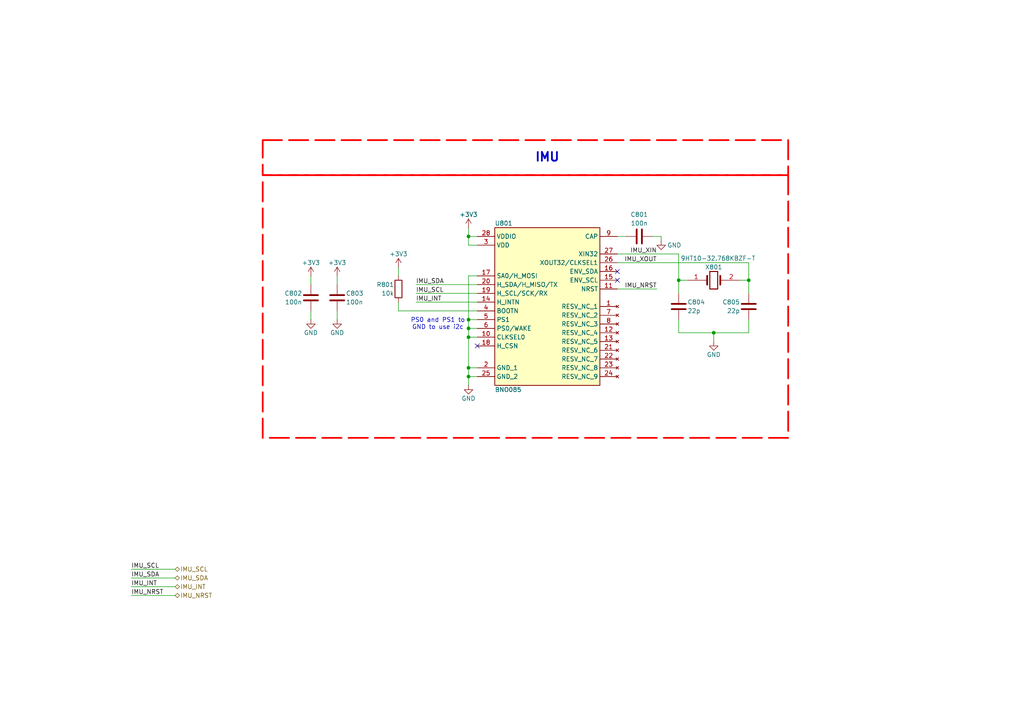
<source format=kicad_sch>
(kicad_sch (version 20231120) (generator "eeschema") (generator_version "8.0")
  (paper "A4")
  (title_block (title "BNO085") (date "2024-04-09") (company "MQuero"))
  (lib_symbols
    (symbol "Device:C" (pin_numbers hide) (pin_names (offset 0.254))
      (property "Reference" "C" (at 0.635 2.54 0))
      (property "Value" "C" (at 0.635 -2.54 0))
      (symbol "C_0_1"
        (polyline (pts (xy -2.032 -0.762) (xy 2.032 -0.762)) (stroke (width 0.508)))
        (polyline (pts (xy -2.032 0.762) (xy 2.032 0.762)) (stroke (width 0.508)))
      )
      (symbol "C_1_1"
        (pin passive line (at 0 3.81 270) (length 2.794) (name "~") (number "1"))
        (pin passive line (at 0 -3.81 90) (length 2.794) (name "~") (number "2"))
      )
    )
    (symbol "Device:R" (pin_numbers hide) (pin_names (offset 0))
      (property "Reference" "R" (at 2.032 0 90))
      (property "Value" "R" (at 0 0 90))
      (symbol "R_0_1"
        (rectangle (start -1.016 -2.54) (end 1.016 2.54) (stroke (width 0.254)))
      )
      (symbol "R_1_1"
        (pin passive line (at 0 3.81 270) (length 1.27) (name "~") (number "1"))
        (pin passive line (at 0 -3.81 90) (length 1.27) (name "~") (number "2"))
      )
    )
    (symbol "TFG:9HT10-32.768KBZF-T" (pin_names hide)
      (property "Reference" "X" (at 0 1.27 0))
      (property "Value" "9HT10-32.768KBZF-T" (at 0 -6.35 0))
      (symbol "9HT10-32.768KBZF-T_0_1"
        (polyline (pts (xy 0 -2.54) (xy 0.635 -2.54)))
        (polyline (pts (xy 0.635 -3.81) (xy 0.635 -1.27)) (stroke (width 0.508)))
        (polyline (pts (xy 4.445 -3.81) (xy 4.445 -1.27)) (stroke (width 0.508)))
        (polyline (pts (xy 5.08 -2.54) (xy 4.445 -2.54)))
        (rectangle (start 1.397 0) (end 3.683 -5.08) (stroke (width 0.3048)))
      )
      (symbol "9HT10-32.768KBZF-T_1_1"
        (pin unspecified line (at -5.08 -2.54 0) (length 5.08) (name "1") (number "1"))
        (pin unspecified line (at 10.16 -2.54 180) (length 5.08) (name "2") (number "2"))
      )
    )
    (symbol "TFG:BNO085"
      (property "Reference" "U" (at 0 1.27 0))
      (property "Value" "BNO085" (at 0 -46.99 0))
      (symbol "BNO085_1_1"
        (rectangle (start 0 0) (end 30.48 -45.72) (stroke (width 0.254)) (fill (type background)))
        (pin no_connect line (at 35.56 -22.86 180) (length 5.08) (name "RESV_NC_1") (number "1"))
        (pin unspecified line (at -5.08 -31.75 0) (length 5.08) (name "CLKSEL0") (number "10"))
        (pin unspecified line (at 35.56 -17.78 180) (length 5.08) (name "NRST") (number "11"))
        (pin no_connect line (at 35.56 -30.48 180) (length 5.08) (name "RESV_NC_4") (number "12"))
        (pin no_connect line (at 35.56 -33.02 180) (length 5.08) (name "RESV_NC_5") (number "13"))
        (pin unspecified line (at -5.08 -21.59 0) (length 5.08) (name "H_INTN") (number "14"))
        (pin unspecified line (at 35.56 -15.24 180) (length 5.08) (name "ENV_SCL") (number "15"))
        (pin unspecified line (at 35.56 -12.7 180) (length 5.08) (name "ENV_SDA") (number "16"))
        (pin unspecified line (at -5.08 -13.97 0) (length 5.08) (name "SA0/H_MOSI") (number "17"))
        (pin unspecified line (at -5.08 -34.29 0) (length 5.08) (name "H_CSN") (number "18"))
        (pin unspecified line (at -5.08 -19.05 0) (length 5.08) (name "H_SCL/SCK/RX") (number "19"))
        (pin unspecified line (at -5.08 -40.64 0) (length 5.08) (name "GND_1") (number "2"))
        (pin unspecified line (at -5.08 -16.51 0) (length 5.08) (name "H_SDA/H_MISO/TX") (number "20"))
        (pin no_connect line (at 35.56 -35.56 180) (length 5.08) (name "RESV_NC_6") (number "21"))
        (pin no_connect line (at 35.56 -38.1 180) (length 5.08) (name "RESV_NC_7") (number "22"))
        (pin no_connect line (at 35.56 -40.64 180) (length 5.08) (name "RESV_NC_8") (number "23"))
        (pin no_connect line (at 35.56 -43.18 180) (length 5.08) (name "RESV_NC_9") (number "24"))
        (pin unspecified line (at -5.08 -43.18 0) (length 5.08) (name "GND_2") (number "25"))
        (pin unspecified line (at 35.56 -10.16 180) (length 5.08) (name "XOUT32/CLKSEL1") (number "26"))
        (pin unspecified line (at 35.56 -7.62 180) (length 5.08) (name "XIN32") (number "27"))
        (pin unspecified line (at -5.08 -2.54 0) (length 5.08) (name "VDDIO") (number "28"))
        (pin unspecified line (at -5.08 -5.08 0) (length 5.08) (name "VDD") (number "3"))
        (pin unspecified line (at -5.08 -24.13 0) (length 5.08) (name "BOOTN") (number "4"))
        (pin unspecified line (at -5.08 -26.67 0) (length 5.08) (name "PS1") (number "5"))
        (pin unspecified line (at -5.08 -29.21 0) (length 5.08) (name "PS0/WAKE") (number "6"))
        (pin no_connect line (at 35.56 -25.4 180) (length 5.08) (name "RESV_NC_2") (number "7"))
        (pin no_connect line (at 35.56 -27.94 180) (length 5.08) (name "RESV_NC_3") (number "8"))
        (pin unspecified line (at 35.56 -2.54 180) (length 5.08) (name "CAP") (number "9"))
      )
    )
    (symbol "power:+3V3" (power) (pin_numbers hide) (pin_names (offset 0) hide)
      (property "Value" "+3V3" (at 0 3.556 0))
      (symbol "+3V3_0_1"
        (polyline (pts (xy -0.762 1.27) (xy 0 2.54)))
        (polyline (pts (xy 0 0) (xy 0 2.54)))
        (polyline (pts (xy 0 2.54) (xy 0.762 1.27)))
      )
      (symbol "+3V3_1_1"
        (pin power_in line (at 0 0 90) (length 0) (name "~") (number "1"))
      )
    )
    (symbol "power:GND" (power) (pin_numbers hide) (pin_names (offset 0) hide)
      (property "Value" "GND" (at 0 -3.81 0))
      (symbol "GND_0_1"
        (polyline (pts (xy 0 0) (xy 0 -1.27) (xy 1.27 -1.27) (xy 0 -2.54) (xy -1.27 -1.27) (xy 0 -1.27)))
      )
      (symbol "GND_1_1"
        (pin power_in line (at 0 0 270) (length 0) (name "~") (number "1"))
      )
    )
  )
  (junction (at 196.85 81.28))
  (junction (at 207.01 96.52))
  (junction (at 217.17 81.28))
  (junction (at 135.89 97.79))
  (junction (at 135.89 95.25))
  (junction (at 135.89 68.58))
  (junction (at 135.89 92.71))
  (junction (at 135.89 106.68))
  (junction (at 135.89 109.22))
  (no_connect (at 179.07 81.28))
  (no_connect (at 138.43 100.33))
  (no_connect (at 179.07 78.74))
  (wire (pts (xy 138.43 95.25) (xy 135.89 95.25)))
  (wire (pts (xy 97.79 90.17) (xy 97.79 92.71)))
  (wire (pts (xy 135.89 92.71) (xy 135.89 95.25)))
  (wire (pts (xy 135.89 106.68) (xy 138.43 106.68)))
  (wire (pts (xy 135.89 97.79) (xy 135.89 106.68)))
  (wire (pts (xy 135.89 80.01) (xy 135.89 92.71)))
  (wire (pts (xy 217.17 81.28) (xy 214.63 81.28)))
  (wire (pts (xy 38.1 165.1) (xy 50.8 165.1)))
  (wire (pts (xy 38.1 170.18) (xy 50.8 170.18)))
  (wire (pts (xy 90.17 80.01) (xy 90.17 82.55)))
  (wire (pts (xy 138.43 80.01) (xy 135.89 80.01)))
  (wire (pts (xy 217.17 81.28) (xy 217.17 85.09)))
  (wire (pts (xy 196.85 73.66) (xy 179.07 73.66)))
  (wire (pts (xy 135.89 68.58) (xy 135.89 71.12)))
  (wire (pts (xy 138.43 92.71) (xy 135.89 92.71)))
  (wire (pts (xy 120.65 87.63) (xy 138.43 87.63)))
  (wire (pts (xy 179.07 76.2) (xy 217.17 76.2)))
  (wire (pts (xy 135.89 95.25) (xy 135.89 97.79)))
  (wire (pts (xy 135.89 71.12) (xy 138.43 71.12)))
  (wire (pts (xy 135.89 106.68) (xy 135.89 109.22)))
  (wire (pts (xy 191.77 68.58) (xy 191.77 69.85)))
  (wire (pts (xy 190.5 83.82) (xy 179.07 83.82)))
  (wire (pts (xy 196.85 73.66) (xy 196.85 81.28)))
  (wire (pts (xy 135.89 68.58) (xy 138.43 68.58)))
  (wire (pts (xy 196.85 96.52) (xy 207.01 96.52)))
  (wire (pts (xy 38.1 172.72) (xy 50.8 172.72)))
  (wire (pts (xy 207.01 96.52) (xy 217.17 96.52)))
  (wire (pts (xy 135.89 109.22) (xy 135.89 111.76)))
  (wire (pts (xy 135.89 66.04) (xy 135.89 68.58)))
  (wire (pts (xy 135.89 109.22) (xy 138.43 109.22)))
  (wire (pts (xy 181.61 68.58) (xy 179.07 68.58)))
  (wire (pts (xy 135.89 97.79) (xy 138.43 97.79)))
  (wire (pts (xy 196.85 92.71) (xy 196.85 96.52)))
  (wire (pts (xy 189.23 68.58) (xy 191.77 68.58)))
  (wire (pts (xy 196.85 81.28) (xy 196.85 85.09)))
  (wire (pts (xy 120.65 85.09) (xy 138.43 85.09)))
  (wire (pts (xy 97.79 80.01) (xy 97.79 82.55)))
  (wire (pts (xy 138.43 90.17) (xy 115.57 90.17)))
  (wire (pts (xy 90.17 90.17) (xy 90.17 92.71)))
  (wire (pts (xy 217.17 96.52) (xy 217.17 92.71)))
  (wire (pts (xy 196.85 81.28) (xy 199.39 81.28)))
  (wire (pts (xy 115.57 90.17) (xy 115.57 87.63)))
  (wire (pts (xy 38.1 167.64) (xy 50.8 167.64)))
  (wire (pts (xy 207.01 96.52) (xy 207.01 99.06)))
  (wire (pts (xy 217.17 76.2) (xy 217.17 81.28)))
  (wire (pts (xy 115.57 77.47) (xy 115.57 80.01)))
  (wire (pts (xy 120.65 82.55) (xy 138.43 82.55)))
  (rectangle (start 76.2 50.8) (end 228.6 127) (stroke (width 0.508) (type dash) (color 255 0 0 1)))
  (rectangle (start 76.2 40.64) (end 228.6 50.8) (stroke (width 0.508) (type dash) (color 255 0 0 1)))
  (text "PS0 and PS1 to\nGND to use i2c" (at 127 93.98 0) (effects (font (size 1.27 1.27))))
  (text "IMU" (at 158.75 45.72 0) (effects (font (size 2.54 2.54) (thickness 0.508) (bold yes))))
  (label "IMU_XIN" (at 190.5 73.66 180))
  (label "IMU_XOUT" (at 190.5 76.2 180))
  (label "IMU_SCL" (at 120.65 85.09 0))
  (label "IMU_INT" (at 38.1 170.18 0))
  (label "IMU_INT" (at 120.65 87.63 0))
  (label "IMU_SCL" (at 38.1 165.1 0))
  (label "IMU_SDA" (at 38.1 167.64 0))
  (label "IMU_NRST" (at 38.1 172.72 0))
  (label "IMU_SDA" (at 120.65 82.55 0))
  (label "IMU_NRST" (at 190.5 83.82 180))
  (hierarchical_label "IMU_SDA" (shape bidirectional) (at 50.8 167.64 0))
  (hierarchical_label "IMU_INT" (shape bidirectional) (at 50.8 170.18 0))
  (hierarchical_label "IMU_NRST" (shape bidirectional) (at 50.8 172.72 0))
  (hierarchical_label "IMU_SCL" (shape bidirectional) (at 50.8 165.1 0))
  (symbol (lib_id "Device:C") (at 90.17 86.36 0) (mirror y) (unit 1)
    (property "Reference" "C802" (at 87.63 85.09 0) (effects (justify left)))
    (property "Value" "100n" (at 87.63 87.63 0) (effects (justify left)))
    (property "Footprint" "Capacitor_SMD:C_0402_1005Metric" (effects (hide yes)))
    (property "Description" "Unpolarized capacitor" (effects (hide yes)))
  )
  (symbol (lib_id "power:+3V3") (at 115.57 77.47 0) (unit 1)
    (property "Reference" "#PWR0803" (effects (hide yes)))
    (property "Value" "+3V3" (at 115.57 73.66 0))
    (property "Description" "Power symbol creates a global label with name \"+3V3\"" (effects (hide yes)))
  )
  (symbol (lib_id "power:+3V3") (at 135.89 66.04 0) (unit 1)
    (property "Reference" "#PWR0801" (effects (hide yes)))
    (property "Value" "+3V3" (at 135.89 62.23 0))
    (property "Description" "Power symbol creates a global label with name \"+3V3\"" (effects (hide yes)))
  )
  (symbol (lib_id "power:GND") (at 90.17 92.71 0) (unit 1)
    (property "Reference" "#PWR0806" (effects (hide yes)))
    (property "Value" "GND" (at 90.17 96.52 0))
    (property "Description" "Power symbol creates a global label with name \"GND\" , ground" (effects (hide yes)))
  )
  (symbol (lib_id "power:+3V3") (at 97.79 80.01 0) (mirror y) (unit 1)
    (property "Reference" "#PWR0805" (effects (hide yes)))
    (property "Value" "+3V3" (at 97.79 76.2 0))
    (property "Description" "Power symbol creates a global label with name \"+3V3\"" (effects (hide yes)))
  )
  (symbol (lib_id "Device:C") (at 185.42 68.58 90) (unit 1)
    (property "Reference" "C801" (at 185.42 62.23 90))
    (property "Value" "100n" (at 185.42 64.77 90))
    (property "Footprint" "Capacitor_SMD:C_0402_1005Metric" (effects (hide yes)))
    (property "Description" "Unpolarized capacitor" (effects (hide yes)))
  )
  (symbol (lib_id "Device:C") (at 196.85 88.9 0) (unit 1)
    (property "Reference" "C804" (at 199.39 87.63 0) (effects (justify left)))
    (property "Value" "22p" (at 199.39 90.17 0) (effects (justify left)))
    (property "Footprint" "Capacitor_SMD:C_0402_1005Metric" (effects (hide yes)))
    (property "Description" "Unpolarized capacitor" (effects (hide yes)))
  )
  (symbol (lib_id "Device:C") (at 97.79 86.36 0) (unit 1)
    (property "Reference" "C803" (at 100.33 85.09 0) (effects (justify left)))
    (property "Value" "100n" (at 100.33 87.63 0) (effects (justify left)))
    (property "Footprint" "Capacitor_SMD:C_0402_1005Metric" (effects (hide yes)))
    (property "Description" "Unpolarized capacitor" (effects (hide yes)))
  )
  (symbol (lib_id "power:+3V3") (at 90.17 80.01 0) (unit 1)
    (property "Reference" "#PWR0804" (effects (hide yes)))
    (property "Value" "+3V3" (at 90.17 76.2 0))
    (property "Description" "Power symbol creates a global label with name \"+3V3\"" (effects (hide yes)))
  )
  (symbol (lib_id "Device:R") (at 115.57 83.82 0) (unit 1)
    (property "Reference" "R801" (at 111.76 82.55 0))
    (property "Value" "10k" (at 114.3 85.0899 0) (effects (justify right)))
    (property "Footprint" "Resistor_SMD:R_0402_1005Metric" (effects (hide yes)))
    (property "Description" "Resistor" (effects (hide yes)))
  )
  (symbol (lib_id "TFG:9HT10-32.768KBZF-T") (at 204.47 78.74 0) (unit 1)
    (property "Reference" "X801" (at 204.47 77.47 0) (effects (justify left)))
    (property "Value" "9HT10-32.768KBZF-T" (at 208.28 74.93 0))
    (property "Footprint" "TFG:9HT1032768KEZFT" (effects (hide yes)))
    (property "Datasheet" "http://www.txccrystal.com/images/pdf/9ht10.pdf" (effects (hide yes)))
    (property "Description" "CRYSTAL 32.7680KHZ 12.5PF SMD" (effects (hide yes)))
    (property "MQ PN" "TFGX001" (effects (hide yes)))
  )
  (symbol (lib_id "Device:C") (at 217.17 88.9 0) (unit 1)
    (property "Reference" "C805" (at 214.63 87.63 0) (effects (justify right)))
    (property "Value" "22p" (at 214.63 90.17 0) (effects (justify right)))
    (property "Footprint" "Capacitor_SMD:C_0402_1005Metric" (effects (hide yes)))
    (property "Description" "Unpolarized capacitor" (effects (hide yes)))
  )
  (symbol (lib_id "power:GND") (at 207.01 99.06 0) (unit 1)
    (property "Reference" "#PWR0808" (effects (hide yes)))
    (property "Value" "GND" (at 207.01 102.87 0))
    (property "Description" "Power symbol creates a global label with name \"GND\" , ground" (effects (hide yes)))
  )
  (symbol (lib_id "power:GND") (at 191.77 69.85 0) (unit 1)
    (property "Reference" "#PWR0802" (effects (hide yes)))
    (property "Value" "GND" (at 195.58 71.12 0))
    (property "Description" "Power symbol creates a global label with name \"GND\" , ground" (effects (hide yes)))
  )
  (symbol (lib_id "TFG:BNO085") (at 143.51 66.04 0) (unit 1)
    (property "Reference" "U801" (at 143.51 64.77 0) (effects (justify left)))
    (property "Value" "BNO085" (at 143.51 113.03 0) (effects (justify left)))
    (property "Footprint" "TFG:BNO085" (effects (hide yes)))
    (property "Datasheet" "https://www.ceva-ip.com/wp-content/uploads/2019/10/BNO080_085-Datasheet.pdf" (effects (hide yes)))
    (property "Description" "IMU ACCEL/GYRO/MAG I2C 32BIT" (effects (hide yes)))
    (property "MQ PN" "TFGIC004" (effects (hide yes)))
  )
  (symbol (lib_id "power:GND") (at 135.89 111.76 0) (unit 1)
    (property "Reference" "#PWR0809" (effects (hide yes)))
    (property "Value" "GND" (at 135.89 115.57 0))
    (property "Description" "Power symbol creates a global label with name \"GND\" , ground" (effects (hide yes)))
  )
  (symbol (lib_id "power:GND") (at 97.79 92.71 0) (mirror y) (unit 1)
    (property "Reference" "#PWR0807" (effects (hide yes)))
    (property "Value" "GND" (at 97.79 96.52 0))
    (property "Description" "Power symbol creates a global label with name \"GND\" , ground" (effects (hide yes)))
  )
)
</source>
